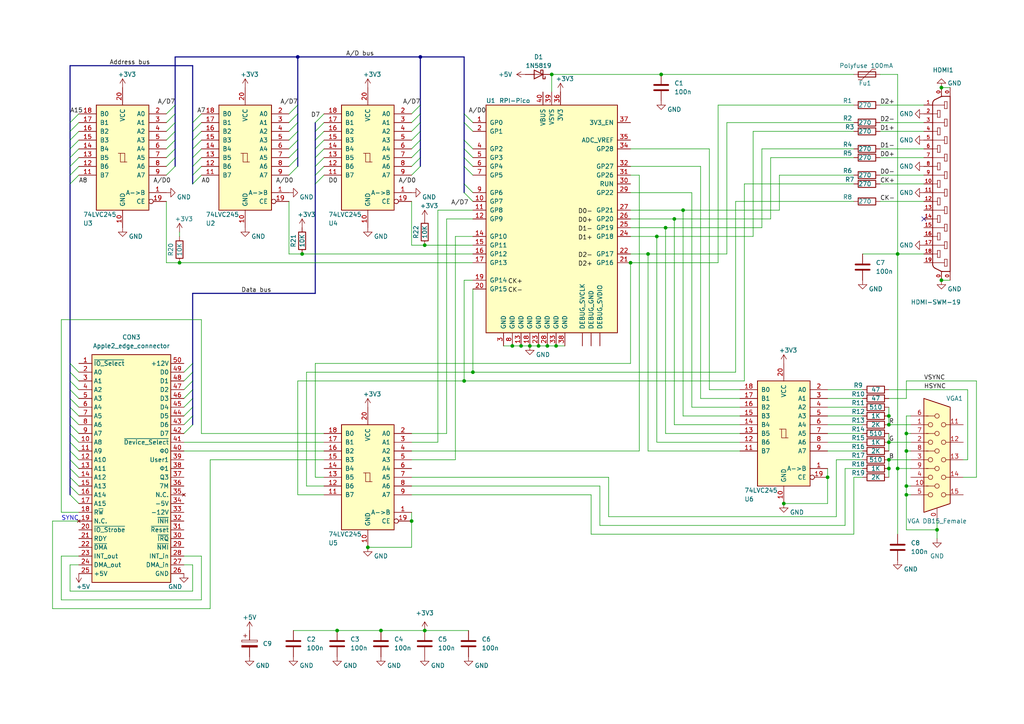
<source format=kicad_sch>
(kicad_sch (version 20230121) (generator eeschema)
  (paper "A4")
  (title_block (title "A2DVI.v1.3"))
  (lib_symbols
    (symbol "74xx:74LS245" (pin_names (offset 1.016))
      (property "Reference" "U" (at -7.62 16.51 0))
      (property "Value" "74LS245" (at -7.62 -16.51 0))
      (symbol "74LS245_1_0"
        (pin input line (at -12.7 -10.16 0) (length 5.08) (name "A->B") (number "1"))
        (pin power_in line (at 0 -20.32 90) (length 5.08) (name "GND") (number "10"))
        (pin tri_state line (at 12.7 -5.08 180) (length 5.08) (name "B7") (number "11"))
        (pin tri_state line (at 12.7 -2.54 180) (length 5.08) (name "B6") (number "12"))
        (pin tri_state line (at 12.7 0 180) (length 5.08) (name "B5") (number "13"))
        (pin tri_state line (at 12.7 2.54 180) (length 5.08) (name "B4") (number "14"))
        (pin tri_state line (at 12.7 5.08 180) (length 5.08) (name "B3") (number "15"))
        (pin tri_state line (at 12.7 7.62 180) (length 5.08) (name "B2") (number "16"))
        (pin tri_state line (at 12.7 10.16 180) (length 5.08) (name "B1") (number "17"))
        (pin tri_state line (at 12.7 12.7 180) (length 5.08) (name "B0") (number "18"))
        (pin input inverted (at -12.7 -12.7 0) (length 5.08) (name "CE") (number "19"))
        (pin tri_state line (at -12.7 12.7 0) (length 5.08) (name "A0") (number "2"))
        (pin power_in line (at 0 20.32 270) (length 5.08) (name "VCC") (number "20"))
        (pin tri_state line (at -12.7 10.16 0) (length 5.08) (name "A1") (number "3"))
        (pin tri_state line (at -12.7 7.62 0) (length 5.08) (name "A2") (number "4"))
        (pin tri_state line (at -12.7 5.08 0) (length 5.08) (name "A3") (number "5"))
        (pin tri_state line (at -12.7 2.54 0) (length 5.08) (name "A4") (number "6"))
        (pin tri_state line (at -12.7 0 0) (length 5.08) (name "A5") (number "7"))
        (pin tri_state line (at -12.7 -2.54 0) (length 5.08) (name "A6") (number "8"))
        (pin tri_state line (at -12.7 -5.08 0) (length 5.08) (name "A7") (number "9"))
      )
    )
    (symbol "Connector:DB15_Female_HighDensity_MountingHoles" (pin_names (offset 1.016) hide)
      (property "Reference" "J" (at 0 21.59 0))
      (property "Value" "DB15_Female_HighDensity_MountingHoles" (at 0 19.05 0))
      (symbol "DB15_Female_HighDensity_MountingHoles_1_1"
        (pin passive line (at 0 -17.78 90) (length 3.81) (name "~") (number "0"))
        (pin passive line (at -7.62 10.16 0) (length 5.08) (name "~") (number "1"))
        (pin passive line (at -7.62 -7.62 0) (length 5.08) (name "~") (number "10"))
        (pin passive line (at 7.62 10.16 180) (length 5.08) (name "~") (number "11"))
        (pin passive line (at 7.62 5.08 180) (length 5.08) (name "~") (number "12"))
        (pin passive line (at 7.62 0 180) (length 5.08) (name "~") (number "13"))
        (pin passive line (at 7.62 -5.08 180) (length 5.08) (name "~") (number "14"))
        (pin passive line (at 7.62 -10.16 180) (length 5.08) (name "~") (number "15"))
        (pin passive line (at -7.62 5.08 0) (length 5.08) (name "~") (number "2"))
        (pin passive line (at -7.62 0 0) (length 5.08) (name "~") (number "3"))
        (pin passive line (at -7.62 -5.08 0) (length 5.08) (name "~") (number "4"))
        (pin passive line (at -7.62 -10.16 0) (length 5.08) (name "~") (number "5"))
        (pin passive line (at -7.62 12.7 0) (length 5.08) (name "~") (number "6"))
        (pin passive line (at -7.62 7.62 0) (length 5.08) (name "~") (number "7"))
        (pin passive line (at -7.62 2.54 0) (length 5.08) (name "~") (number "8"))
        (pin passive line (at -7.62 -2.54 0) (length 5.08) (name "~") (number "9"))
      )
    )
    (symbol "Device:C" (pin_numbers hide) (pin_names (offset 0.254))
      (property "Reference" "C" (at 0.635 2.54 0))
      (property "Value" "C" (at 0.635 -2.54 0))
      (symbol "C_1_1"
        (pin passive line (at 0 3.81 270) (length 2.794) (name "~") (number "1"))
        (pin passive line (at 0 -3.81 90) (length 2.794) (name "~") (number "2"))
      )
    )
    (symbol "Device:C_Polarized" (pin_numbers hide) (pin_names (offset 0.254))
      (property "Reference" "C" (at 0.635 2.54 0))
      (property "Value" "C_Polarized" (at 0.635 -2.54 0))
      (symbol "C_Polarized_1_1"
        (pin passive line (at 0 3.81 270) (length 2.794) (name "~") (number "1"))
        (pin passive line (at 0 -3.81 90) (length 2.794) (name "~") (number "2"))
      )
    )
    (symbol "Device:Polyfuse" (pin_numbers hide) (pin_names (offset 0))
      (property "Reference" "F" (at -2.54 0 90))
      (property "Value" "Polyfuse" (at 2.54 0 90))
      (symbol "Polyfuse_1_1"
        (pin passive line (at 0 3.81 270) (length 1.27) (name "~") (number "1"))
        (pin passive line (at 0 -3.81 90) (length 1.27) (name "~") (number "2"))
      )
    )
    (symbol "Device:R" (pin_numbers hide) (pin_names (offset 0))
      (property "Reference" "R" (at 2.032 0 90))
      (property "Value" "R" (at 0 0 90))
      (symbol "R_1_1"
        (pin passive line (at 0 3.81 270) (length 1.27) (name "~") (number "1"))
        (pin passive line (at 0 -3.81 90) (length 1.27) (name "~") (number "2"))
      )
    )
    (symbol "Diode:1N6857" (pin_numbers hide) (pin_names (offset 1.016) hide)
      (property "Reference" "D" (at 0 2.54 0))
      (property "Value" "1N6857" (at 0 -2.54 0))
      (symbol "1N6857_1_1"
        (pin passive line (at -3.81 0 0) (length 2.54) (name "K") (number "1"))
        (pin passive line (at 3.81 0 180) (length 2.54) (name "A") (number "2"))
      )
    )
    (symbol "MCU_Microchip_PIC16:RPI-Pico" (pin_names (offset 1.016))
      (property "Reference" "U" (at 6.35 35.56 0))
      (property "Value" "RPI-Pico" (at 6.35 33.02 0))
      (symbol "RPI-Pico_1_1"
        (pin power_in line (at 11.43 -38.1 90) (length 3.81) (name "DEBUG_GND") (number ""))
        (pin bidirectional line (at 8.89 -38.1 90) (length 3.81) (name "DEBUG_SVCLK") (number ""))
        (pin bidirectional line (at 13.97 -38.1 90) (length 3.81) (name "DEBUG_SVDIO") (number ""))
        (pin bidirectional line (at -22.86 26.67 0) (length 3.81) (name "GP0") (number "1"))
        (pin bidirectional line (at -22.86 3.81 0) (length 3.81) (name "GP7") (number "10"))
        (pin bidirectional line (at -22.86 1.27 0) (length 3.81) (name "GP8") (number "11"))
        (pin bidirectional line (at -22.86 -1.27 0) (length 3.81) (name "GP9") (number "12"))
        (pin power_in line (at -8.89 -38.1 90) (length 3.81) (name "GND") (number "13"))
        (pin bidirectional line (at -22.86 -6.35 0) (length 3.81) (name "GP10") (number "14"))
        (pin bidirectional line (at -22.86 -8.89 0) (length 3.81) (name "GP11") (number "15"))
        (pin bidirectional line (at -22.86 -11.43 0) (length 3.81) (name "GP12") (number "16"))
        (pin bidirectional line (at -22.86 -13.97 0) (length 3.81) (name "GP13") (number "17"))
        (pin power_in line (at -6.35 -38.1 90) (length 3.81) (name "GND") (number "18"))
        (pin bidirectional line (at -22.86 -19.05 0) (length 3.81) (name "GP14") (number "19"))
        (pin bidirectional line (at -22.86 24.13 0) (length 3.81) (name "GP1") (number "2"))
        (pin bidirectional line (at -22.86 -21.59 0) (length 3.81) (name "GP15") (number "20"))
        (pin bidirectional line (at 22.86 -13.97 180) (length 3.81) (name "GP16") (number "21"))
        (pin bidirectional line (at 22.86 -11.43 180) (length 3.81) (name "GP17") (number "22"))
        (pin power_in line (at -3.81 -38.1 90) (length 3.81) (name "GND") (number "23"))
        (pin bidirectional line (at 22.86 -6.35 180) (length 3.81) (name "GP18") (number "24"))
        (pin bidirectional line (at 22.86 -3.81 180) (length 3.81) (name "GP19") (number "25"))
        (pin bidirectional line (at 22.86 -1.27 180) (length 3.81) (name "GP20") (number "26"))
        (pin bidirectional line (at 22.86 1.27 180) (length 3.81) (name "GP21") (number "27"))
        (pin power_in line (at -1.27 -38.1 90) (length 3.81) (name "GND") (number "28"))
        (pin bidirectional line (at 22.86 6.35 180) (length 3.81) (name "GP22") (number "29"))
        (pin power_in line (at -13.97 -38.1 90) (length 3.81) (name "GND") (number "3"))
        (pin bidirectional line (at 22.86 8.89 180) (length 3.81) (name "RUN") (number "30"))
        (pin bidirectional line (at 22.86 11.43 180) (length 3.81) (name "GP26") (number "31"))
        (pin bidirectional line (at 22.86 13.97 180) (length 3.81) (name "GP27") (number "32"))
        (pin power_in line (at 1.27 -38.1 90) (length 3.81) (name "GND") (number "33"))
        (pin bidirectional line (at 22.86 19.05 180) (length 3.81) (name "GP28") (number "34"))
        (pin bidirectional line (at 22.86 21.59 180) (length 3.81) (name "ADC_VREF") (number "35"))
        (pin power_in line (at 2.54 35.56 270) (length 3.81) (name "3V3") (number "36"))
        (pin bidirectional line (at 22.86 26.67 180) (length 3.81) (name "3V3_EN") (number "37"))
        (pin power_in line (at 3.81 -38.1 90) (length 3.81) (name "GND") (number "38"))
        (pin power_in line (at 0 35.56 270) (length 3.81) (name "VSYS") (number "39"))
        (pin bidirectional line (at -22.86 19.05 0) (length 3.81) (name "GP2") (number "4"))
        (pin power_in line (at -2.54 35.56 270) (length 3.81) (name "VBUS") (number "40"))
        (pin bidirectional line (at -22.86 16.51 0) (length 3.81) (name "GP3") (number "5"))
        (pin bidirectional line (at -22.86 13.97 0) (length 3.81) (name "GP4") (number "6"))
        (pin bidirectional line (at -22.86 11.43 0) (length 3.81) (name "GP5") (number "7"))
        (pin power_in line (at -11.43 -38.1 90) (length 3.81) (name "GND") (number "8"))
        (pin bidirectional line (at -22.86 6.35 0) (length 3.81) (name "GP6") (number "9"))
      )
    )
    (symbol "Neo6502_Rev_B:GND" (power) (pin_names (offset 0))
      (property "Value" "GND" (at 0 -3.81 0))
      (symbol "GND_1_1"
        (pin power_in line (at 0 0 270) (length 0) hide (name "GND") (number "1"))
      )
    )
    (symbol "Neo6502_Rev_B:HDMI-SWM-19" (pin_names (offset 1.016) hide)
      (property "Reference" "HDMI" (at 2.54 25.4 0))
      (property "Value" "HDMI-SWM-19" (at 2.54 -27.94 0))
      (symbol "HDMI-SWM-19_1_1"
        (pin input line (at 0 27.94 270) (length 2.54) (name "20") (number "0"))
        (pin input line (at -2.54 27.94 270) (length 2.54) (name "21") (number "0"))
        (pin input line (at 0 -27.94 90) (length 2.54) (name "22") (number "0"))
        (pin input line (at -2.54 -27.94 90) (length 2.54) (name "23") (number "0"))
        (pin input line (at 5.08 22.86 180) (length 2.54) (name "1") (number "1"))
        (pin input line (at 5.08 0 180) (length 2.54) (name "10") (number "10"))
        (pin input line (at 5.08 -2.54 180) (length 2.54) (name "11") (number "11"))
        (pin input line (at 5.08 -5.08 180) (length 2.54) (name "12") (number "12"))
        (pin input line (at 5.08 -7.62 180) (length 2.54) (name "13") (number "13"))
        (pin input line (at 5.08 -10.16 180) (length 2.54) (name "14") (number "14"))
        (pin input line (at 5.08 -12.7 180) (length 2.54) (name "15") (number "15"))
        (pin input line (at 5.08 -15.24 180) (length 2.54) (name "16") (number "16"))
        (pin input line (at 5.08 -17.78 180) (length 2.54) (name "17") (number "17"))
        (pin input line (at 5.08 -20.32 180) (length 2.54) (name "18") (number "18"))
        (pin input line (at 5.08 -22.86 180) (length 2.54) (name "19") (number "19"))
        (pin input line (at 5.08 20.32 180) (length 2.54) (name "2") (number "2"))
        (pin input line (at 5.08 17.78 180) (length 2.54) (name "3") (number "3"))
        (pin input line (at 5.08 15.24 180) (length 2.54) (name "4") (number "4"))
        (pin input line (at 5.08 12.7 180) (length 2.54) (name "5") (number "5"))
        (pin input line (at 5.08 10.16 180) (length 2.54) (name "6") (number "6"))
        (pin input line (at 5.08 7.62 180) (length 2.54) (name "7") (number "7"))
        (pin input line (at 5.08 5.08 180) (length 2.54) (name "8") (number "8"))
        (pin input line (at 5.08 2.54 180) (length 2.54) (name "9") (number "9"))
      )
    )
    (symbol "Neo6502_Rev_B:R" (pin_numbers hide) (pin_names (offset 0))
      (property "Reference" "R" (at 0 2.032 0))
      (property "Value" "R" (at 0 0 0))
      (symbol "R_1_1"
        (pin passive line (at -3.81 0 0) (length 1.27) (name "~") (number "1"))
        (pin passive line (at 3.81 0 180) (length 1.27) (name "~") (number "2"))
      )
    )
    (symbol "Ralle_Library:Apple2_edge_connector"
      (property "Reference" "CON" (at 0 0 0))
      (property "Value" "Apple2_edge_connector" (at 0 -34.29 0))
      (symbol "Apple2_edge_connector_1_1"
        (pin output line (at -15.24 30.48 0) (length 3.81) (name "~{IO_Select}") (number "1"))
        (pin input line (at -15.24 7.62 0) (length 3.81) (name "A8") (number "10"))
        (pin input line (at -15.24 5.08 0) (length 3.81) (name "A9") (number "11"))
        (pin input line (at -15.24 2.54 0) (length 3.81) (name "A10") (number "12"))
        (pin input line (at -15.24 0 0) (length 3.81) (name "A11") (number "13"))
        (pin input line (at -15.24 -2.54 0) (length 3.81) (name "A12") (number "14"))
        (pin input line (at -15.24 -5.08 0) (length 3.81) (name "A13") (number "15"))
        (pin input line (at -15.24 -7.62 0) (length 3.81) (name "A14") (number "16"))
        (pin input line (at -15.24 -10.16 0) (length 3.81) (name "A15") (number "17"))
        (pin input line (at -15.24 -12.7 0) (length 3.81) (name "R~{W}") (number "18"))
        (pin no_connect line (at -15.24 -15.24 0) (length 3.81) (name "N.C.") (number "19"))
        (pin input line (at -15.24 27.94 0) (length 3.81) (name "A0") (number "2"))
        (pin input line (at -15.24 -17.78 0) (length 3.81) (name "~{IO_Strobe}") (number "20"))
        (pin input line (at -15.24 -20.32 0) (length 3.81) (name "RDY") (number "21"))
        (pin bidirectional line (at -15.24 -22.86 0) (length 3.81) (name "~{DMA}") (number "22"))
        (pin input line (at -15.24 -25.4 0) (length 3.81) (name "INT_out") (number "23"))
        (pin input line (at -15.24 -27.94 0) (length 3.81) (name "DMA_out") (number "24"))
        (pin power_in line (at -15.24 -30.48 0) (length 3.81) (name "+5V") (number "25"))
        (pin passive line (at 15.24 -30.48 180) (length 3.81) (name "GND") (number "26"))
        (pin output line (at 15.24 -27.94 180) (length 3.81) (name "DMA_in") (number "27"))
        (pin output line (at 15.24 -25.4 180) (length 3.81) (name "INT_in") (number "28"))
        (pin output line (at 15.24 -22.86 180) (length 3.81) (name "~{NMI}") (number "29"))
        (pin input line (at -15.24 25.4 0) (length 3.81) (name "A1") (number "3"))
        (pin output line (at 15.24 -20.32 180) (length 3.81) (name "~{IRQ}") (number "30"))
        (pin bidirectional line (at 15.24 -17.78 180) (length 3.81) (name "~{Reset}") (number "31"))
        (pin input line (at 15.24 -15.24 180) (length 3.81) (name "~{INH}") (number "32"))
        (pin power_in line (at 15.24 -12.7 180) (length 3.81) (name "-12V") (number "33"))
        (pin power_in line (at 15.24 -10.16 180) (length 3.81) (name "-5V") (number "34"))
        (pin no_connect line (at 15.24 -7.62 180) (length 3.81) (name "N.C.") (number "35"))
        (pin input line (at 15.24 -5.08 180) (length 3.81) (name "7M") (number "36"))
        (pin input line (at 15.24 -2.54 180) (length 3.81) (name "Q3") (number "37"))
        (pin input line (at 15.24 0 180) (length 3.81) (name "Ф1") (number "38"))
        (pin bidirectional line (at 15.24 2.54 180) (length 3.81) (name "User1") (number "39"))
        (pin input line (at -15.24 22.86 0) (length 3.81) (name "A2") (number "4"))
        (pin input line (at 15.24 5.08 180) (length 3.81) (name "Ф0") (number "40"))
        (pin input line (at 15.24 7.62 180) (length 3.81) (name "~{Device_Select}") (number "41"))
        (pin bidirectional line (at 15.24 10.16 180) (length 3.81) (name "D7") (number "42"))
        (pin bidirectional line (at 15.24 12.7 180) (length 3.81) (name "D6") (number "43"))
        (pin bidirectional line (at 15.24 15.24 180) (length 3.81) (name "D5") (number "44"))
        (pin bidirectional line (at 15.24 17.78 180) (length 3.81) (name "D4") (number "45"))
        (pin bidirectional line (at 15.24 20.32 180) (length 3.81) (name "D3") (number "46"))
        (pin bidirectional line (at 15.24 22.86 180) (length 3.81) (name "D2") (number "47"))
        (pin bidirectional line (at 15.24 25.4 180) (length 3.81) (name "D1") (number "48"))
        (pin bidirectional line (at 15.24 27.94 180) (length 3.81) (name "D0") (number "49"))
        (pin input line (at -15.24 20.32 0) (length 3.81) (name "A3") (number "5"))
        (pin power_in line (at 15.24 30.48 180) (length 3.81) (name "+12V") (number "50"))
        (pin input line (at -15.24 17.78 0) (length 3.81) (name "A4") (number "6"))
        (pin input line (at -15.24 15.24 0) (length 3.81) (name "A5") (number "7"))
        (pin input line (at -15.24 12.7 0) (length 3.81) (name "A6") (number "8"))
        (pin input line (at -15.24 10.16 0) (length 3.81) (name "A7") (number "9"))
      )
    )
    (symbol "power:+3V3" (power) (pin_names (offset 0))
      (property "Value" "+3V3" (at 0 3.556 0))
      (symbol "+3V3_1_1"
        (pin power_in line (at 0 0 90) (length 0) hide (name "+3V3") (number "1"))
      )
    )
    (symbol "power:+5V" (power) (pin_names (offset 0))
      (property "Value" "+5V" (at 0 3.556 0))
      (symbol "+5V_1_1"
        (pin power_in line (at 0 0 90) (length 0) hide (name "+5V") (number "1"))
      )
    )
    (symbol "power:GND" (power) (pin_names (offset 0))
      (property "Value" "GND" (at 0 -3.81 0))
      (symbol "GND_1_1"
        (pin power_in line (at 0 0 270) (length 0) hide (name "GND") (number "1"))
      )
    )
  )
  (junction (at 191.77 21.59))
  (junction (at 257.81 123.19))
  (junction (at 190.5 68.58))
  (junction (at 106.68 158.75))
  (junction (at 273.05 81.28))
  (junction (at 240.03 138.43))
  (junction (at 158.75 100.33))
  (junction (at 262.89 143.51))
  (junction (at 262.89 130.81))
  (junction (at 148.59 100.33))
  (junction (at 260.35 135.89))
  (junction (at 227.33 146.05))
  (junction (at 97.79 182.88))
  (junction (at 153.67 100.33))
  (junction (at 87.63 73.66))
  (junction (at 161.29 100.33))
  (junction (at 121.92 16.51))
  (junction (at 52.07 76.2))
  (junction (at 86.36 16.51))
  (junction (at 262.89 125.73))
  (junction (at 195.58 63.5))
  (junction (at 134.62 110.49))
  (junction (at 271.78 153.67))
  (junction (at 257.81 135.89))
  (junction (at 151.13 100.33))
  (junction (at 156.21 100.33))
  (junction (at 260.35 73.66))
  (junction (at 123.19 71.12))
  (junction (at 262.89 140.97))
  (junction (at 257.81 128.27))
  (junction (at 198.12 60.96))
  (junction (at 187.96 73.66))
  (junction (at 182.88 76.2))
  (junction (at 119.38 151.13))
  (junction (at 123.19 182.88))
  (junction (at 257.81 120.65))
  (junction (at 257.81 133.35))
  (junction (at 273.05 25.4))
  (junction (at 110.49 182.88))
  (junction (at 193.04 66.04))
  (junction (at 137.16 107.95))
  (junction (at 160.02 21.59))
  (no_connect (at 267.97 63.5))
  (bus_entry (at 83.82 43.18) (size 2.54 -2.54))
  (bus_entry (at 91.44 35.56) (size 2.54 -2.54))
  (bus_entry (at 91.44 38.1) (size 2.54 -2.54))
  (bus_entry (at 91.44 40.64) (size 2.54 -2.54))
  (bus_entry (at 91.44 43.18) (size 2.54 -2.54))
  (bus_entry (at 119.38 43.18) (size 2.54 -2.54))
  (bus_entry (at 119.38 40.64) (size 2.54 -2.54))
  (bus_entry (at 119.38 38.1) (size 2.54 -2.54))
  (bus_entry (at 119.38 35.56) (size 2.54 -2.54))
  (bus_entry (at 119.38 33.02) (size 2.54 -2.54))
  (bus_entry (at 83.82 33.02) (size 2.54 -2.54))
  (bus_entry (at 83.82 35.56) (size 2.54 -2.54))
  (bus_entry (at 83.82 38.1) (size 2.54 -2.54))
  (bus_entry (at 83.82 40.64) (size 2.54 -2.54))
  (bus_entry (at 83.82 48.26) (size 2.54 -2.54))
  (bus_entry (at 83.82 50.8) (size 2.54 -2.54))
  (bus_entry (at 55.88 50.8) (size 2.54 -2.54))
  (bus_entry (at 55.88 53.34) (size 2.54 -2.54))
  (bus_entry (at 55.88 48.26) (size 2.54 -2.54))
  (bus_entry (at 55.88 45.72) (size 2.54 -2.54))
  (bus_entry (at 55.88 43.18) (size 2.54 -2.54))
  (bus_entry (at 55.88 40.64) (size 2.54 -2.54))
  (bus_entry (at 55.88 38.1) (size 2.54 -2.54))
  (bus_entry (at 55.88 35.56) (size 2.54 -2.54))
  (bus_entry (at 83.82 45.72) (size 2.54 -2.54))
  (bus_entry (at 20.32 45.72) (size 2.54 -2.54))
  (bus_entry (at 20.32 48.26) (size 2.54 -2.54))
  (bus_entry (at 20.32 53.34) (size 2.54 -2.54))
  (bus_entry (at 20.32 50.8) (size 2.54 -2.54))
  (bus_entry (at 91.44 45.72) (size 2.54 -2.54))
  (bus_entry (at 91.44 48.26) (size 2.54 -2.54))
  (bus_entry (at 91.44 50.8) (size 2.54 -2.54))
  (bus_entry (at 91.44 53.34) (size 2.54 -2.54))
  (bus_entry (at 119.38 45.72) (size 2.54 -2.54))
  (bus_entry (at 119.38 48.26) (size 2.54 -2.54))
  (bus_entry (at 119.38 50.8) (size 2.54 -2.54))
  (bus_entry (at 48.26 43.18) (size 2.54 -2.54))
  (bus_entry (at 48.26 40.64) (size 2.54 -2.54))
  (bus_entry (at 20.32 35.56) (size 2.54 -2.54))
  (bus_entry (at 20.32 38.1) (size 2.54 -2.54))
  (bus_entry (at 20.32 40.64) (size 2.54 -2.54))
  (bus_entry (at 20.32 43.18) (size 2.54 -2.54))
  (bus_entry (at 48.26 45.72) (size 2.54 -2.54))
  (bus_entry (at 48.26 48.26) (size 2.54 -2.54))
  (bus_entry (at 48.26 50.8) (size 2.54 -2.54))
  (bus_entry (at 48.26 38.1) (size 2.54 -2.54))
  (bus_entry (at 48.26 35.56) (size 2.54 -2.54))
  (bus_entry (at 48.26 33.02) (size 2.54 -2.54))
  (bus_entry (at 53.34 107.95) (size 2.54 -2.54))
  (bus_entry (at 20.32 130.81) (size 2.54 2.54))
  (bus_entry (at 20.32 128.27) (size 2.54 2.54))
  (bus_entry (at 20.32 115.57) (size 2.54 2.54))
  (bus_entry (at 20.32 120.65) (size 2.54 2.54))
  (bus_entry (at 20.32 118.11) (size 2.54 2.54))
  (bus_entry (at 20.32 123.19) (size 2.54 2.54))
  (bus_entry (at 20.32 125.73) (size 2.54 2.54))
  (bus_entry (at 20.32 140.97) (size 2.54 2.54))
  (bus_entry (at 20.32 143.51) (size 2.54 2.54))
  (bus_entry (at 20.32 138.43) (size 2.54 2.54))
  (bus_entry (at 20.32 133.35) (size 2.54 2.54))
  (bus_entry (at 20.32 135.89) (size 2.54 2.54))
  (bus_entry (at 53.34 113.03) (size 2.54 -2.54))
  (bus_entry (at 53.34 110.49) (size 2.54 -2.54))
  (bus_entry (at 20.32 107.95) (size 2.54 2.54))
  (bus_entry (at 20.32 105.41) (size 2.54 2.54))
  (bus_entry (at 20.32 113.03) (size 2.54 2.54))
  (bus_entry (at 20.32 110.49) (size 2.54 2.54))
  (bus_entry (at 53.34 115.57) (size 2.54 -2.54))
  (bus_entry (at 53.34 118.11) (size 2.54 -2.54))
  (bus_entry (at 53.34 120.65) (size 2.54 -2.54))
  (bus_entry (at 53.34 123.19) (size 2.54 -2.54))
  (bus_entry (at 53.34 125.73) (size 2.54 -2.54))
  (bus_entry (at 134.62 33.02) (size 2.54 2.54))
  (bus_entry (at 134.62 35.56) (size 2.54 2.54))
  (bus_entry (at 134.62 40.64) (size 2.54 2.54))
  (bus_entry (at 134.62 43.18) (size 2.54 2.54))
  (bus_entry (at 134.62 45.72) (size 2.54 2.54))
  (bus_entry (at 134.62 55.88) (size 2.54 2.54))
  (bus_entry (at 134.62 48.26) (size 2.54 2.54))
  (bus_entry (at 134.62 53.34) (size 2.54 2.54))
  (wire (pts (xy 137.16 83.82) (xy 137.16 107.95)))
  (wire (pts (xy 208.28 30.48) (xy 208.28 76.2)))
  (wire (pts (xy 210.82 35.56) (xy 247.65 35.56)))
  (wire (pts (xy 205.74 113.03) (xy 214.63 113.03)))
  (wire (pts (xy 279.4 138.43) (xy 283.21 138.43)))
  (wire (pts (xy 15.24 151.13) (xy 15.24 176.53)))
  (bus (pts (xy 20.32 35.56) (xy 20.32 19.05)))
  (wire (pts (xy 193.04 125.73) (xy 214.63 125.73)))
  (wire (pts (xy 182.88 48.26) (xy 203.2 48.26)))
  (wire (pts (xy 176.53 138.43) (xy 119.38 138.43)))
  (wire (pts (xy 187.96 73.66) (xy 187.96 130.81)))
  (wire (pts (xy 48.26 58.42) (xy 48.26 76.2)))
  (wire (pts (xy 203.2 48.26) (xy 203.2 115.57)))
  (wire (pts (xy 267.97 45.72) (xy 255.27 45.72)))
  (wire (pts (xy 247.65 50.8) (xy 226.06 50.8)))
  (wire (pts (xy 247.65 43.18) (xy 220.98 43.18)))
  (wire (pts (xy 257.81 115.57) (xy 262.89 115.57)))
  (wire (pts (xy 182.88 76.2) (xy 208.28 76.2)))
  (wire (pts (xy 245.11 135.89) (xy 250.19 135.89)))
  (bus (pts (xy 55.88 35.56) (xy 55.88 38.1)))
  (bus (pts (xy 134.62 48.26) (xy 134.62 53.34)))
  (wire (pts (xy 185.42 130.81) (xy 185.42 50.8)))
  (bus (pts (xy 134.62 40.64) (xy 134.62 43.18)))
  (bus (pts (xy 91.44 38.1) (xy 91.44 40.64)))
  (wire (pts (xy 247.65 154.94) (xy 247.65 138.43)))
  (bus (pts (xy 55.88 120.65) (xy 55.88 123.19)))
  (wire (pts (xy 205.74 43.18) (xy 205.74 113.03)))
  (bus (pts (xy 20.32 115.57) (xy 20.32 113.03)))
  (wire (pts (xy 187.96 130.81) (xy 214.63 130.81)))
  (wire (pts (xy 191.77 21.59) (xy 247.65 21.59)))
  (wire (pts (xy 129.54 63.5) (xy 129.54 125.73)))
  (wire (pts (xy 267.97 35.56) (xy 255.27 35.56)))
  (bus (pts (xy 20.32 19.05) (xy 55.88 19.05)))
  (bus (pts (xy 121.92 16.51) (xy 134.62 16.51)))
  (wire (pts (xy 134.62 81.28) (xy 134.62 110.49)))
  (bus (pts (xy 91.44 40.64) (xy 91.44 43.18)))
  (bus (pts (xy 20.32 50.8) (xy 20.32 53.34)))
  (wire (pts (xy 262.89 140.97) (xy 262.89 143.51)))
  (wire (pts (xy 119.38 71.12) (xy 123.19 71.12)))
  (wire (pts (xy 182.88 105.41) (xy 182.88 76.2)))
  (wire (pts (xy 182.88 63.5) (xy 195.58 63.5)))
  (bus (pts (xy 55.88 38.1) (xy 55.88 40.64)))
  (wire (pts (xy 52.07 76.2) (xy 137.16 76.2)))
  (wire (pts (xy 17.78 148.59) (xy 17.78 92.71)))
  (wire (pts (xy 173.99 140.97) (xy 173.99 152.4)))
  (bus (pts (xy 121.92 30.48) (xy 121.92 33.02)))
  (wire (pts (xy 264.16 143.51) (xy 262.89 143.51)))
  (wire (pts (xy 262.89 110.49) (xy 283.21 110.49)))
  (bus (pts (xy 20.32 128.27) (xy 20.32 125.73)))
  (wire (pts (xy 240.03 130.81) (xy 250.19 130.81)))
  (wire (pts (xy 137.16 107.95) (xy 88.9 107.95)))
  (wire (pts (xy 182.88 55.88) (xy 200.66 55.88)))
  (wire (pts (xy 267.97 53.34) (xy 255.27 53.34)))
  (wire (pts (xy 257.81 118.11) (xy 257.81 120.65)))
  (wire (pts (xy 240.03 115.57) (xy 250.19 115.57)))
  (wire (pts (xy 127 60.96) (xy 127 128.27)))
  (wire (pts (xy 91.44 105.41) (xy 182.88 105.41)))
  (bus (pts (xy 121.92 38.1) (xy 121.92 40.64)))
  (wire (pts (xy 240.03 118.11) (xy 250.19 118.11)))
  (wire (pts (xy 58.42 173.99) (xy 17.78 173.99)))
  (bus (pts (xy 86.36 35.56) (xy 86.36 38.1)))
  (bus (pts (xy 91.44 85.09) (xy 91.44 53.34)))
  (bus (pts (xy 20.32 107.95) (xy 20.32 105.41)))
  (wire (pts (xy 283.21 110.49) (xy 283.21 138.43)))
  (wire (pts (xy 119.38 130.81) (xy 185.42 130.81)))
  (bus (pts (xy 20.32 130.81) (xy 20.32 128.27)))
  (wire (pts (xy 218.44 68.58) (xy 190.5 68.58)))
  (bus (pts (xy 55.88 85.09) (xy 91.44 85.09)))
  (wire (pts (xy 58.42 161.29) (xy 58.42 173.99)))
  (wire (pts (xy 275.59 81.28) (xy 273.05 81.28)))
  (bus (pts (xy 134.62 53.34) (xy 134.62 55.88)))
  (wire (pts (xy 279.4 133.35) (xy 280.67 133.35)))
  (wire (pts (xy 110.49 182.88) (xy 123.19 182.88)))
  (wire (pts (xy 137.16 60.96) (xy 127 60.96)))
  (wire (pts (xy 132.08 68.58) (xy 132.08 133.35)))
  (wire (pts (xy 137.16 63.5) (xy 129.54 63.5)))
  (bus (pts (xy 20.32 40.64) (xy 20.32 43.18)))
  (wire (pts (xy 257.81 135.89) (xy 257.81 138.43)))
  (wire (pts (xy 173.99 152.4) (xy 245.11 152.4)))
  (wire (pts (xy 257.81 128.27) (xy 264.16 128.27)))
  (bus (pts (xy 91.44 48.26) (xy 91.44 50.8)))
  (wire (pts (xy 85.09 182.88) (xy 97.79 182.88)))
  (wire (pts (xy 17.78 173.99) (xy 17.78 161.29)))
  (bus (pts (xy 20.32 138.43) (xy 20.32 135.89)))
  (bus (pts (xy 55.88 48.26) (xy 55.88 50.8)))
  (wire (pts (xy 97.79 182.88) (xy 110.49 182.88)))
  (bus (pts (xy 86.36 33.02) (xy 86.36 35.56)))
  (wire (pts (xy 182.88 68.58) (xy 190.5 68.58)))
  (wire (pts (xy 83.82 73.66) (xy 87.63 73.66)))
  (wire (pts (xy 123.19 182.88) (xy 135.89 182.88)))
  (bus (pts (xy 91.44 43.18) (xy 91.44 45.72)))
  (bus (pts (xy 50.8 48.26) (xy 50.8 45.72)))
  (wire (pts (xy 60.96 133.35) (xy 93.98 133.35)))
  (bus (pts (xy 55.88 107.95) (xy 55.88 110.49)))
  (bus (pts (xy 121.92 35.56) (xy 121.92 38.1)))
  (wire (pts (xy 200.66 118.11) (xy 214.63 118.11)))
  (bus (pts (xy 20.32 38.1) (xy 20.32 40.64)))
  (wire (pts (xy 240.03 123.19) (xy 250.19 123.19)))
  (wire (pts (xy 119.38 71.12) (xy 119.38 58.42)))
  (wire (pts (xy 198.12 120.65) (xy 214.63 120.65)))
  (wire (pts (xy 190.5 68.58) (xy 190.5 128.27)))
  (wire (pts (xy 171.45 143.51) (xy 171.45 154.94)))
  (bus (pts (xy 121.92 43.18) (xy 121.92 45.72)))
  (wire (pts (xy 220.98 43.18) (xy 220.98 66.04)))
  (wire (pts (xy 55.88 171.45) (xy 55.88 163.83)))
  (bus (pts (xy 50.8 38.1) (xy 50.8 35.56)))
  (wire (pts (xy 58.42 125.73) (xy 93.98 125.73)))
  (wire (pts (xy 153.67 100.33) (xy 156.21 100.33)))
  (wire (pts (xy 210.82 35.56) (xy 210.82 73.66)))
  (wire (pts (xy 218.44 38.1) (xy 218.44 68.58)))
  (wire (pts (xy 260.35 73.66) (xy 267.97 73.66)))
  (wire (pts (xy 242.57 133.35) (xy 250.19 133.35)))
  (wire (pts (xy 215.9 110.49) (xy 134.62 110.49)))
  (wire (pts (xy 119.38 151.13) (xy 119.38 158.75)))
  (wire (pts (xy 20.32 163.83) (xy 20.32 171.45)))
  (bus (pts (xy 20.32 43.18) (xy 20.32 45.72)))
  (wire (pts (xy 240.03 135.89) (xy 240.03 138.43)))
  (wire (pts (xy 215.9 53.34) (xy 215.9 110.49)))
  (wire (pts (xy 260.35 21.59) (xy 260.35 73.66)))
  (wire (pts (xy 240.03 146.05) (xy 227.33 146.05)))
  (wire (pts (xy 257.81 123.19) (xy 264.16 123.19)))
  (wire (pts (xy 182.88 60.96) (xy 198.12 60.96)))
  (bus (pts (xy 20.32 113.03) (xy 20.32 110.49)))
  (wire (pts (xy 193.04 66.04) (xy 193.04 125.73)))
  (wire (pts (xy 213.36 58.42) (xy 247.65 58.42)))
  (wire (pts (xy 83.82 58.42) (xy 83.82 73.66)))
  (wire (pts (xy 53.34 163.83) (xy 55.88 163.83)))
  (wire (pts (xy 123.19 71.12) (xy 137.16 71.12)))
  (wire (pts (xy 255.27 21.59) (xy 260.35 21.59)))
  (wire (pts (xy 226.06 60.96) (xy 198.12 60.96)))
  (bus (pts (xy 55.88 85.09) (xy 55.88 105.41)))
  (wire (pts (xy 53.34 161.29) (xy 58.42 161.29)))
  (wire (pts (xy 137.16 68.58) (xy 132.08 68.58)))
  (bus (pts (xy 20.32 53.34) (xy 20.32 105.41)))
  (wire (pts (xy 240.03 120.65) (xy 250.19 120.65)))
  (wire (pts (xy 257.81 133.35) (xy 264.16 133.35)))
  (wire (pts (xy 220.98 66.04) (xy 193.04 66.04)))
  (wire (pts (xy 17.78 161.29) (xy 22.86 161.29)))
  (bus (pts (xy 55.88 113.03) (xy 55.88 115.57)))
  (wire (pts (xy 240.03 113.03) (xy 250.19 113.03)))
  (wire (pts (xy 22.86 148.59) (xy 17.78 148.59)))
  (bus (pts (xy 121.92 40.64) (xy 121.92 43.18)))
  (bus (pts (xy 86.36 30.48) (xy 86.36 33.02)))
  (wire (pts (xy 223.52 63.5) (xy 195.58 63.5)))
  (wire (pts (xy 260.35 73.66) (xy 260.35 135.89)))
  (wire (pts (xy 20.32 163.83) (xy 22.86 163.83)))
  (wire (pts (xy 262.89 120.65) (xy 262.89 125.73)))
  (wire (pts (xy 190.5 128.27) (xy 214.63 128.27)))
  (bus (pts (xy 134.62 35.56) (xy 134.62 40.64)))
  (wire (pts (xy 93.98 138.43) (xy 91.44 138.43)))
  (wire (pts (xy 242.57 149.86) (xy 176.53 149.86)))
  (wire (pts (xy 20.32 171.45) (xy 55.88 171.45)))
  (bus (pts (xy 50.8 43.18) (xy 50.8 40.64)))
  (bus (pts (xy 121.92 45.72) (xy 121.92 48.26)))
  (wire (pts (xy 200.66 55.88) (xy 200.66 118.11)))
  (wire (pts (xy 242.57 133.35) (xy 242.57 149.86)))
  (wire (pts (xy 267.97 38.1) (xy 255.27 38.1)))
  (wire (pts (xy 15.24 176.53) (xy 60.96 176.53)))
  (bus (pts (xy 86.36 16.51) (xy 86.36 30.48)))
  (wire (pts (xy 264.16 125.73) (xy 262.89 125.73)))
  (wire (pts (xy 213.36 58.42) (xy 213.36 107.95)))
  (wire (pts (xy 86.36 143.51) (xy 86.36 110.49)))
  (wire (pts (xy 262.89 130.81) (xy 262.89 140.97)))
  (wire (pts (xy 195.58 123.19) (xy 214.63 123.19)))
  (bus (pts (xy 50.8 33.02) (xy 50.8 30.48)))
  (bus (pts (xy 20.32 140.97) (xy 20.32 138.43)))
  (wire (pts (xy 267.97 50.8) (xy 255.27 50.8)))
  (wire (pts (xy 182.88 43.18) (xy 205.74 43.18)))
  (wire (pts (xy 262.89 153.67) (xy 271.78 153.67)))
  (wire (pts (xy 156.21 100.33) (xy 158.75 100.33)))
  (bus (pts (xy 55.88 45.72) (xy 55.88 48.26)))
  (bus (pts (xy 20.32 110.49) (xy 20.32 107.95)))
  (bus (pts (xy 134.62 33.02) (xy 134.62 35.56)))
  (wire (pts (xy 146.05 100.33) (xy 148.59 100.33)))
  (bus (pts (xy 55.88 19.05) (xy 55.88 35.56)))
  (wire (pts (xy 160.02 21.59) (xy 191.77 21.59)))
  (bus (pts (xy 91.44 45.72) (xy 91.44 48.26)))
  (wire (pts (xy 223.52 45.72) (xy 223.52 63.5)))
  (bus (pts (xy 55.88 40.64) (xy 55.88 43.18)))
  (wire (pts (xy 88.9 140.97) (xy 88.9 107.95)))
  (wire (pts (xy 87.63 73.66) (xy 137.16 73.66)))
  (bus (pts (xy 55.88 50.8) (xy 55.88 53.34)))
  (wire (pts (xy 119.38 140.97) (xy 173.99 140.97)))
  (wire (pts (xy 218.44 38.1) (xy 247.65 38.1)))
  (wire (pts (xy 271.78 156.21) (xy 271.78 153.67)))
  (wire (pts (xy 22.86 151.13) (xy 15.24 151.13)))
  (bus (pts (xy 55.88 105.41) (xy 55.88 107.95)))
  (wire (pts (xy 187.96 73.66) (xy 210.82 73.66)))
  (wire (pts (xy 160.02 26.67) (xy 160.02 21.59)))
  (wire (pts (xy 182.88 73.66) (xy 187.96 73.66)))
  (bus (pts (xy 91.44 50.8) (xy 91.44 53.34)))
  (bus (pts (xy 86.36 43.18) (xy 86.36 45.72)))
  (bus (pts (xy 121.92 16.51) (xy 121.92 30.48)))
  (bus (pts (xy 20.32 125.73) (xy 20.32 123.19)))
  (bus (pts (xy 55.88 43.18) (xy 55.88 45.72)))
  (wire (pts (xy 182.88 66.04) (xy 193.04 66.04)))
  (wire (pts (xy 240.03 128.27) (xy 250.19 128.27)))
  (bus (pts (xy 50.8 35.56) (xy 50.8 33.02)))
  (wire (pts (xy 93.98 140.97) (xy 88.9 140.97)))
  (bus (pts (xy 50.8 16.51) (xy 86.36 16.51)))
  (wire (pts (xy 91.44 105.41) (xy 91.44 138.43)))
  (wire (pts (xy 260.35 135.89) (xy 260.35 154.94)))
  (wire (pts (xy 240.03 138.43) (xy 240.03 146.05)))
  (wire (pts (xy 176.53 149.86) (xy 176.53 138.43)))
  (wire (pts (xy 257.81 128.27) (xy 257.81 130.81)))
  (wire (pts (xy 262.89 143.51) (xy 262.89 153.67)))
  (wire (pts (xy 48.26 76.2) (xy 52.07 76.2)))
  (wire (pts (xy 134.62 81.28) (xy 137.16 81.28)))
  (wire (pts (xy 262.89 110.49) (xy 262.89 115.57)))
  (wire (pts (xy 247.65 45.72) (xy 223.52 45.72)))
  (wire (pts (xy 257.81 133.35) (xy 257.81 135.89)))
  (wire (pts (xy 215.9 53.34) (xy 247.65 53.34)))
  (bus (pts (xy 20.32 118.11) (xy 20.32 115.57)))
  (wire (pts (xy 119.38 143.51) (xy 171.45 143.51)))
  (bus (pts (xy 134.62 16.51) (xy 134.62 33.02)))
  (wire (pts (xy 262.89 125.73) (xy 262.89 130.81)))
  (wire (pts (xy 119.38 125.73) (xy 129.54 125.73)))
  (wire (pts (xy 119.38 148.59) (xy 119.38 151.13)))
  (wire (pts (xy 134.62 110.49) (xy 86.36 110.49)))
  (wire (pts (xy 264.16 120.65) (xy 262.89 120.65)))
  (wire (pts (xy 185.42 50.8) (xy 182.88 50.8)))
  (wire (pts (xy 250.19 73.66) (xy 260.35 73.66)))
  (wire (pts (xy 226.06 50.8) (xy 226.06 60.96)))
  (wire (pts (xy 257.81 113.03) (xy 280.67 113.03)))
  (wire (pts (xy 119.38 133.35) (xy 132.08 133.35)))
  (wire (pts (xy 208.28 30.48) (xy 247.65 30.48)))
  (bus (pts (xy 20.32 120.65) (xy 20.32 118.11)))
  (wire (pts (xy 195.58 63.5) (xy 195.58 123.19)))
  (wire (pts (xy 171.45 154.94) (xy 247.65 154.94)))
  (wire (pts (xy 264.16 135.89) (xy 260.35 135.89)))
  (wire (pts (xy 257.81 125.73) (xy 257.81 128.27)))
  (wire (pts (xy 213.36 107.95) (xy 137.16 107.95)))
  (bus (pts (xy 20.32 133.35) (xy 20.32 130.81)))
  (wire (pts (xy 158.75 100.33) (xy 161.29 100.33)))
  (wire (pts (xy 119.38 128.27) (xy 127 128.27)))
  (bus (pts (xy 50.8 30.48) (xy 50.8 16.51)))
  (wire (pts (xy 203.2 115.57) (xy 214.63 115.57)))
  (wire (pts (xy 264.16 140.97) (xy 262.89 140.97)))
  (bus (pts (xy 91.44 35.56) (xy 91.44 38.1)))
  (wire (pts (xy 52.07 68.58) (xy 52.07 67.31)))
  (wire (pts (xy 60.96 176.53) (xy 60.96 133.35)))
  (bus (pts (xy 86.36 16.51) (xy 121.92 16.51)))
  (bus (pts (xy 20.32 45.72) (xy 20.32 48.26)))
  (wire (pts (xy 240.03 125.73) (xy 250.19 125.73)))
  (wire (pts (xy 280.67 113.03) (xy 280.67 133.35)))
  (bus (pts (xy 50.8 40.64) (xy 50.8 38.1)))
  (wire (pts (xy 271.78 153.67) (xy 271.78 151.13)))
  (bus (pts (xy 86.36 45.72) (xy 86.36 48.26)))
  (wire (pts (xy 119.38 158.75) (xy 106.68 158.75)))
  (wire (pts (xy 151.13 100.33) (xy 153.67 100.33)))
  (wire (pts (xy 247.65 138.43) (xy 250.19 138.43)))
  (wire (pts (xy 198.12 60.96) (xy 198.12 120.65)))
  (bus (pts (xy 121.92 33.02) (xy 121.92 35.56)))
  (wire (pts (xy 257.81 120.65) (xy 257.81 123.19)))
  (bus (pts (xy 55.88 115.57) (xy 55.88 118.11)))
  (wire (pts (xy 275.59 25.4) (xy 273.05 25.4)))
  (bus (pts (xy 55.88 118.11) (xy 55.88 120.65)))
  (wire (pts (xy 17.78 92.71) (xy 58.42 92.71)))
  (wire (pts (xy 93.98 143.51) (xy 86.36 143.51)))
  (wire (pts (xy 264.16 130.81) (xy 262.89 130.81)))
  (bus (pts (xy 55.88 110.49) (xy 55.88 113.03)))
  (bus (pts (xy 86.36 40.64) (xy 86.36 43.18)))
  (bus (pts (xy 20.32 135.89) (xy 20.32 133.35)))
  (wire (pts (xy 267.97 58.42) (xy 255.27 58.42)))
  (wire (pts (xy 53.34 128.27) (xy 93.98 128.27)))
  (bus (pts (xy 20.32 143.51) (xy 20.32 140.97)))
  (bus (pts (xy 134.62 45.72) (xy 134.62 48.26)))
  (wire (pts (xy 58.42 92.71) (xy 58.42 125.73)))
  (wire (pts (xy 267.97 30.48) (xy 255.27 30.48)))
  (wire (pts (xy 148.59 100.33) (xy 151.13 100.33)))
  (bus (pts (xy 20.32 35.56) (xy 20.32 38.1)))
  (bus (pts (xy 86.36 38.1) (xy 86.36 40.64)))
  (bus (pts (xy 134.62 43.18) (xy 134.62 45.72)))
  (wire (pts (xy 245.11 152.4) (xy 245.11 135.89)))
  (bus (pts (xy 20.32 123.19) (xy 20.32 120.65)))
  (wire (pts (xy 53.34 130.81) (xy 93.98 130.81)))
  (bus (pts (xy 50.8 45.72) (xy 50.8 43.18)))
  (wire (pts (xy 267.97 43.18) (xy 255.27 43.18)))
  (bus (pts (xy 20.32 48.26) (xy 20.32 50.8)))
  (wire (pts (xy 161.29 100.33) (xy 163.83 100.33)))
  (text "SYNC" (at 17.78 151.13 0) (effects (font (size 1.27 1.27)) (justify left bottom)))
  (label "D1-" (at 255.27 43.18 0))
  (label "CK-" (at 147.32 85.09 0))
  (label "A{slash}D0" (at 115.57 53.34 0))
  (label "A{slash}D7" (at 130.81 59.69 0))
  (label "D0+" (at 255.27 45.72 0))
  (label "D2+" (at 167.64 77.47 0))
  (label "B" (at 257.81 133.35 0))
  (label "D7" (at 90.17 34.29 0))
  (label "G" (at 257.81 128.27 0))
  (label "D1-" (at 167.64 67.31 0))
  (label "A{slash}D7" (at 45.72 30.48 0))
  (label "D2-" (at 255.27 35.56 0))
  (label "VSYNC" (at 267.97 110.49 0))
  (label "A{slash}D bus" (at 100.33 16.51 0))
  (label "A7" (at 57.15 33.02 0))
  (label "D0-" (at 167.64 62.23 0))
  (label "D2+" (at 255.27 30.48 0))
  (label "A0" (at 58.42 53.34 0))
  (label "A{slash}D7" (at 116.84 30.48 0))
  (label "A{slash}D0" (at 44.45 53.34 0))
  (label "Address bus" (at 31.75 19.05 0))
  (label "R" (at 257.81 123.19 0))
  (label "A{slash}D7" (at 81.28 30.48 0))
  (label "A{slash}D0" (at 135.89 33.02 0))
  (label "D0+" (at 167.64 64.77 0))
  (label "D0-" (at 255.27 50.8 0))
  (label "D2-" (at 167.64 74.93 0))
  (label "A{slash}D0" (at 80.01 53.34 0))
  (label "D1+" (at 255.27 38.1 0))
  (label "HSYNC" (at 267.97 113.03 0))
  (label "CK+" (at 255.27 53.34 0))
  (label "CK-" (at 255.27 58.42 0))
  (label "CK+" (at 147.32 82.55 0))
  (label "A15" (at 20.32 33.02 0))
  (label "D1+" (at 167.64 69.85 0))
  (label "A8" (at 22.86 53.34 0))
  (label "Data bus" (at 78.74 85.09 180))
  (label "D0" (at 95.25 53.34 0))
  (symbol (lib_id "Device:R") (at 254 113.03 90) (unit 1)
    (property "Reference" "R9" (at 248.92 111.76 90))
    (property "Value" "47" (at 254 113.03 90))
    (property "Footprint" "Resistor_SMD:R_0402_1005Metric_Pad0.72x0.64mm_HandSolder" (effects hide))
  )
  (symbol (lib_id "Device:R") (at 254 133.35 90) (unit 1)
    (property "Reference" "R17" (at 248.92 132.08 90))
    (property "Value" "510" (at 254 133.35 90))
    (property "Footprint" "Resistor_SMD:R_0402_1005Metric_Pad0.72x0.64mm_HandSolder" (effects hide))
  )
  (symbol (lib_id "power:+3V3") (at 123.19 63.5 0) (unit 1)
    (property "Reference" "#PWR018" (effects hide))
    (property "Value" "+3V3" (at 124.46 59.69 0))
  )
  (symbol (lib_id "power:+5V") (at 72.39 182.88 0) (unit 1)
    (property "Reference" "#PWR029" (effects hide))
    (property "Value" "+5V" (at 72.39 179.07 0))
  )
  (symbol (lib_id "Neo6502_Rev_B:GND") (at 267.97 71.12 270) (mirror x) (unit 1)
    (property "Reference" "#PWR07" (effects hide))
    (property "Value" "GND" (at 262.89 71.12 90))
  )
  (symbol (lib_id "Device:R") (at 52.07 72.39 0) (unit 1)
    (property "Reference" "R20" (at 49.53 72.39 90))
    (property "Value" "10K" (at 52.07 72.39 90))
    (property "Footprint" "Resistor_SMD:R_0402_1005Metric_Pad0.72x0.64mm_HandSolder" (effects hide))
  )
  (symbol (lib_id "Device:C") (at 191.77 25.4 0) (unit 1)
    (property "Reference" "C1" (at 195.58 24.13 0) (effects (justify left)))
    (property "Value" "100n" (at 195.58 26.67 0) (effects (justify left)))
  )
  (symbol (lib_id "power:+3V3") (at 52.07 67.31 0) (unit 1)
    (property "Reference" "#PWR015" (effects hide))
    (property "Value" "+3V3" (at 53.34 63.5 0))
  )
  (symbol (lib_id "power:GND") (at 53.34 166.37 0) (unit 1)
    (property "Reference" "#PWR019" (effects hide))
    (property "Value" "GND" (at 50.8 170.18 0))
  )
  (symbol (lib_id "Neo6502_Rev_B:GND") (at 273.05 25.4 0) (mirror x) (unit 1)
    (property "Reference" "#PWR09" (effects hide))
    (property "Value" "GND" (at 276.86 24.13 0))
  )
  (symbol (lib_id "Neo6502_Rev_B:R") (at 251.46 58.42 0) (unit 1)
    (property "Reference" "R8" (at 244.475 57.15 0) (effects (justify left)))
    (property "Value" "270" (at 248.92 58.42 0) (effects (justify left)))
    (property "Fieldname 1" "Value 1" (effects hide))
    (property "Fieldname2" "Value2" (effects hide))
    (property "Fieldname3" "Value3" (effects hide))
  )
  (symbol (lib_id "power:+3V3") (at 106.68 118.11 0) (unit 1)
    (property "Reference" "#PWR024" (effects hide))
    (property "Value" "+3V3" (at 107.95 114.3 0))
  )
  (symbol (lib_id "MCU_Microchip_PIC16:RPI-Pico") (at 160.02 62.23 0) (unit 1)
    (property "Reference" "U1" (at 140.97 29.21 0) (effects (justify left)))
    (property "Value" "RPI-Pico" (at 144.78 29.21 0) (effects (justify left)))
    (property "Datasheet" "RPI-Pico" (effects hide))
  )
  (symbol (lib_id "power:GND") (at 71.12 66.04 0) (unit 1)
    (property "Reference" "#PWR02" (effects hide))
    (property "Value" "GND" (at 74.93 68.58 0))
  )
  (symbol (lib_id "power:GND") (at 250.19 81.28 0) (unit 1)
    (property "Reference" "#PWR?" (effects hide))
    (property "Value" "GND" (at 254 83.82 0))
  )
  (symbol (lib_id "power:GND") (at 271.78 156.21 0) (unit 1)
    (property "Reference" "#PWR026" (effects hide))
    (property "Value" "GND" (at 271.78 161.29 0))
  )
  (symbol (lib_id "Diode:1N6857") (at 156.21 21.59 180) (unit 1)
    (property "Reference" "D1" (at 156.21 16.51 0))
    (property "Value" "1N5819" (at 156.21 19.05 0))
    (property "Footprint" "Diode_THT:D_DO-35_SOD27_P7.62mm_Horizontal" (effects hide))
    (property "Datasheet" "https://www.microsemi.com/document-portal/doc_download/8865-lds-0040-datasheet" (effects hide))
  )
  (symbol (lib_id "74xx:74LS245") (at 227.33 125.73 0) (mirror y) (unit 1)
    (property "Reference" "U6" (at 215.9 144.78 0) (effects (justify right)))
    (property "Value" "74LVC245" (at 215.9 142.24 0) (effects (justify right)))
    (property "Datasheet" "http://www.ti.com/lit/gpn/sn74LS245" (effects hide))
  )
  (symbol (lib_id "power:+3V3") (at 87.63 66.04 0) (unit 1)
    (property "Reference" "#PWR014" (effects hide))
    (property "Value" "+3V3" (at 88.9 62.23 0))
  )
  (symbol (lib_id "power:GND") (at 123.19 190.5 0) (unit 1)
    (property "Reference" "#PWR?" (effects hide))
    (property "Value" "GND" (at 127 193.04 0))
  )
  (symbol (lib_id "power:GND") (at 97.79 190.5 0) (unit 1)
    (property "Reference" "#PWR022" (effects hide))
    (property "Value" "GND" (at 101.6 193.04 0))
  )
  (symbol (lib_id "Device:C") (at 110.49 186.69 0) (unit 1)
    (property "Reference" "C4" (at 114.3 185.42 0) (effects (justify left)))
    (property "Value" "100n" (at 114.3 187.96 0) (effects (justify left)))
  )
  (symbol (lib_id "Neo6502_Rev_B:GND") (at 267.97 55.88 270) (mirror x) (unit 1)
    (property "Reference" "#PWR06" (effects hide))
    (property "Value" "GND" (at 262.89 55.88 90))
  )
  (symbol (lib_id "power:GND") (at 227.33 146.05 0) (unit 1)
    (property "Reference" "#PWR035" (effects hide))
    (property "Value" "GND" (at 231.14 148.59 0))
  )
  (symbol (lib_id "power:GND") (at 153.67 100.33 0) (unit 1)
    (property "Reference" "#PWR?" (effects hide))
    (property "Value" "GND" (at 157.48 102.87 0))
  )
  (symbol (lib_id "Neo6502_Rev_B:GND") (at 267.97 48.26 270) (mirror x) (unit 1)
    (property "Reference" "#PWR05" (effects hide))
    (property "Value" "GND" (at 262.89 48.26 90))
  )
  (symbol (lib_id "Device:C_Polarized") (at 72.39 186.69 0) (unit 1)
    (property "Reference" "C9" (at 76.2 186.69 0) (effects (justify left)))
    (property "Value" "220u" (effects hide))
  )
  (symbol (lib_id "Device:R") (at 254 115.57 90) (unit 1)
    (property "Reference" "R10" (at 248.92 114.3 90))
    (property "Value" "47" (at 254 115.57 90))
    (property "Footprint" "Resistor_SMD:R_0402_1005Metric_Pad0.72x0.64mm_HandSolder" (effects hide))
  )
  (symbol (lib_id "74xx:74LS245") (at 35.56 45.72 0) (mirror y) (unit 1)
    (property "Reference" "U3" (at 24.13 64.77 0) (effects (justify right)))
    (property "Value" "74LVC245" (at 24.13 62.23 0) (effects (justify right)))
    (property "Datasheet" "http://www.ti.com/lit/gpn/sn74LS245" (effects hide))
  )
  (symbol (lib_id "Neo6502_Rev_B:GND") (at 267.97 40.64 270) (mirror x) (unit 1)
    (property "Reference" "#PWR04" (effects hide))
    (property "Value" "GND" (at 262.89 40.64 90))
  )
  (symbol (lib_id "power:+3V3") (at 227.33 105.41 0) (unit 1)
    (property "Reference" "#PWR034" (effects hide))
    (property "Value" "+3V3" (at 228.6 101.6 0))
  )
  (symbol (lib_id "power:GND") (at 119.38 55.88 90) (unit 1)
    (property "Reference" "#PWR036" (effects hide))
    (property "Value" "GND" (at 124.46 57.15 90))
  )
  (symbol (lib_id "74xx:74LS245") (at 106.68 45.72 0) (mirror y) (unit 1)
    (property "Reference" "U4" (at 95.25 64.77 0) (effects (justify right)))
    (property "Value" "74LVC245" (at 95.25 62.23 0) (effects (justify right)))
    (property "Datasheet" "http://www.ti.com/lit/gpn/sn74LS245" (effects hide))
  )
  (symbol (lib_id "Device:R") (at 254 128.27 90) (unit 1)
    (property "Reference" "R15" (at 248.92 127 90))
    (property "Value" "1K" (at 254 128.27 90))
    (property "Footprint" "Resistor_SMD:R_0402_1005Metric_Pad0.72x0.64mm_HandSolder" (effects hide))
  )
  (symbol (lib_id "power:GND") (at 106.68 158.75 0) (unit 1)
    (property "Reference" "#PWR025" (effects hide))
    (property "Value" "GND" (at 110.49 161.29 0))
  )
  (symbol (lib_id "Device:R") (at 254 123.19 90) (unit 1)
    (property "Reference" "R13" (at 248.92 121.92 90))
    (property "Value" "2K" (at 254 123.19 90))
    (property "Footprint" "Resistor_SMD:R_0402_1005Metric_Pad0.72x0.64mm_HandSolder" (effects hide))
  )
  (symbol (lib_id "Device:Polyfuse") (at 251.46 21.59 90) (unit 1)
    (property "Reference" "Fu1" (at 252.73 24.13 90) (effects (justify left)))
    (property "Value" "Polyfuse 100mA" (at 259.08 19.05 90) (effects (justify left)))
    (property "Datasheet" "MF-R020" (effects hide))
  )
  (symbol (lib_id "Device:C") (at 123.19 186.69 0) (unit 1)
    (property "Reference" "C5" (at 127 185.42 0) (effects (justify left)))
    (property "Value" "100n" (at 127 187.96 0) (effects (justify left)))
  )
  (symbol (lib_id "Device:R") (at 123.19 67.31 0) (unit 1)
    (property "Reference" "R22" (at 120.65 67.31 90))
    (property "Value" "10K" (at 123.19 67.31 90))
    (property "Footprint" "Resistor_SMD:R_0402_1005Metric_Pad0.72x0.64mm_HandSolder" (effects hide))
  )
  (symbol (lib_id "Device:C") (at 260.35 158.75 0) (unit 1)
    (property "Reference" "C8" (at 264.16 157.48 0) (effects (justify left)))
    (property "Value" "100n" (at 264.16 160.02 0) (effects (justify left)))
  )
  (symbol (lib_id "Device:R") (at 254 138.43 90) (unit 1)
    (property "Reference" "R19" (at 248.92 137.16 90))
    (property "Value" "2K" (at 254 138.43 90))
    (property "Footprint" "Resistor_SMD:R_0402_1005Metric_Pad0.72x0.64mm_HandSolder" (effects hide))
  )
  (symbol (lib_id "power:GND") (at 135.89 190.5 0) (unit 1)
    (property "Reference" "#PWR?" (effects hide))
    (property "Value" "GND" (at 139.7 193.04 0))
  )
  (symbol (lib_id "Device:R") (at 87.63 69.85 0) (unit 1)
    (property "Reference" "R21" (at 85.09 69.85 90))
    (property "Value" "10K" (at 87.63 69.85 90))
    (property "Footprint" "Resistor_SMD:R_0402_1005Metric_Pad0.72x0.64mm_HandSolder" (effects hide))
  )
  (symbol (lib_id "power:GND") (at 35.56 66.04 0) (unit 1)
    (property "Reference" "#PWR012" (effects hide))
    (property "Value" "GND" (at 39.37 68.58 0))
  )
  (symbol (lib_id "power:GND") (at 85.09 190.5 0) (unit 1)
    (property "Reference" "#PWR023" (effects hide))
    (property "Value" "GND" (at 88.9 193.04 0))
  )
  (symbol (lib_id "Neo6502_Rev_B:R") (at 251.46 53.34 0) (unit 1)
    (property "Reference" "R7" (at 245.11 52.07 0) (effects (justify left)))
    (property "Value" "270" (at 248.92 53.34 0) (effects (justify left)))
    (property "Fieldname 1" "Value 1" (effects hide))
    (property "Fieldname2" "Value2" (effects hide))
    (property "Fieldname3" "Value3" (effects hide))
  )
  (symbol (lib_id "74xx:74LS245") (at 106.68 138.43 0) (mirror y) (unit 1)
    (property "Reference" "U5" (at 95.25 157.48 0) (effects (justify right)))
    (property "Value" "74LVC245" (at 95.25 154.94 0) (effects (justify right)))
    (property "Datasheet" "http://www.ti.com/lit/gpn/sn74LS245" (effects hide))
  )
  (symbol (lib_id "Device:C") (at 250.19 77.47 0) (unit 1)
    (property "Reference" "C7" (at 254 76.2 0) (effects (justify left)))
    (property "Value" "100n" (at 254 78.74 0) (effects (justify left)))
  )
  (symbol (lib_id "Device:R") (at 254 118.11 90) (unit 1)
    (property "Reference" "R11" (at 248.92 116.84 90))
    (property "Value" "510" (at 254 118.11 90))
    (property "Footprint" "Resistor_SMD:R_0402_1005Metric_Pad0.72x0.64mm_HandSolder" (effects hide))
  )
  (symbol (lib_id "power:+3V3") (at 162.56 26.67 0) (unit 1)
    (property "Reference" "#PWR?" (effects hide))
    (property "Value" "+3V3" (at 163.83 22.86 0))
  )
  (symbol (lib_id "power:GND") (at 110.49 190.5 0) (unit 1)
    (property "Reference" "#PWR021" (effects hide))
    (property "Value" "GND" (at 114.3 193.04 0))
  )
  (symbol (lib_id "power:+5V") (at 152.4 21.59 90) (unit 1)
    (property "Reference" "#PWR032" (effects hide))
    (property "Value" "+5V" (at 148.59 21.59 90) (effects (justify left)))
  )
  (symbol (lib_id "power:GND") (at 260.35 162.56 0) (unit 1)
    (property "Reference" "#PWR?" (effects hide))
    (property "Value" "GND" (at 264.16 165.1 0))
  )
  (symbol (lib_id "power:GND") (at 48.26 55.88 90) (unit 1)
    (property "Reference" "#PWR011" (effects hide))
    (property "Value" "GND" (at 53.34 57.15 90))
  )
  (symbol (lib_id "power:+3V3") (at 106.68 25.4 0) (unit 1)
    (property "Reference" "#PWR017" (effects hide))
    (property "Value" "+3V3" (at 107.95 21.59 0))
  )
  (symbol (lib_id "power:GND") (at 191.77 29.21 0) (unit 1)
    (property "Reference" "#PWR038" (effects hide))
    (property "Value" "GND" (at 195.58 31.75 0))
  )
  (symbol (lib_id "Device:C") (at 85.09 186.69 0) (unit 1)
    (property "Reference" "C2" (at 88.9 185.42 0) (effects (justify left)))
    (property "Value" "100n" (at 88.9 187.96 0) (effects (justify left)))
  )
  (symbol (lib_id "Device:R") (at 254 125.73 90) (unit 1)
    (property "Reference" "R14" (at 248.92 124.46 90))
    (property "Value" "510" (at 254 125.73 90))
    (property "Footprint" "Resistor_SMD:R_0402_1005Metric_Pad0.72x0.64mm_HandSolder" (effects hide))
  )
  (symbol (lib_id "Neo6502_Rev_B:R") (at 251.46 38.1 0) (unit 1)
    (property "Reference" "R3" (at 245.11 36.83 0) (effects (justify left)))
    (property "Value" "270" (at 248.92 38.1 0) (effects (justify left)))
    (property "Fieldname 1" "Value 1" (effects hide))
    (property "Fieldname2" "Value2" (effects hide))
    (property "Fieldname3" "Value3" (effects hide))
  )
  (symbol (lib_id "Device:R") (at 254 135.89 90) (unit 1)
    (property "Reference" "R18" (at 248.92 134.62 90))
    (property "Value" "1K" (at 254 135.89 90))
    (property "Footprint" "Resistor_SMD:R_0402_1005Metric_Pad0.72x0.64mm_HandSolder" (effects hide))
  )
  (symbol (lib_id "Neo6502_Rev_B:GND") (at 273.05 81.28 0) (mirror y) (unit 1)
    (property "Reference" "#PWR010" (effects hide))
    (property "Value" "GND" (at 276.86 83.82 0))
  )
  (symbol (lib_id "Neo6502_Rev_B:R") (at 251.46 35.56 0) (unit 1)
    (property "Reference" "R2" (at 244.475 34.29 0) (effects (justify left)))
    (property "Value" "270" (at 248.92 35.56 0) (effects (justify left)))
    (property "Fieldname 1" "Value 1" (effects hide))
    (property "Fieldname2" "Value2" (effects hide))
    (property "Fieldname3" "Value3" (effects hide))
  )
  (symbol (lib_id "Connector:DB15_Female_HighDensity_MountingHoles") (at 271.78 133.35 0) (unit 1)
    (property "Reference" "VGA1" (at 276.86 115.57 0))
    (property "Value" "VGA DB15_Female" (at 271.78 151.13 0))
    (property "Footprint" "Connector_Dsub:DSUB-15-HD_Female_Horizontal_P2.29x1.98mm_EdgePinOffset3.03mm_Housed_MountingHolesOffset4.94mm" (effects hide))
    (property "Datasheet" " ~" (effects hide))
  )
  (symbol (lib_id "Device:R") (at 254 120.65 90) (unit 1)
    (property "Reference" "R12" (at 248.92 119.38 90))
    (property "Value" "1K" (at 254 120.65 90))
    (property "Footprint" "Resistor_SMD:R_0402_1005Metric_Pad0.72x0.64mm_HandSolder" (effects hide))
  )
  (symbol (lib_id "74xx:74LS245") (at 71.12 45.72 0) (mirror y) (unit 1)
    (property "Reference" "U2" (at 59.69 64.77 0) (effects (justify right)))
    (property "Value" "74LVC245" (at 59.69 62.23 0) (effects (justify right)))
    (property "Datasheet" "http://www.ti.com/lit/gpn/sn74LS245" (effects hide))
  )
  (symbol (lib_id "Neo6502_Rev_B:R") (at 251.46 30.48 0) (unit 1)
    (property "Reference" "R1" (at 244.475 29.21 0) (effects (justify left)))
    (property "Value" "270" (at 248.92 30.48 0) (effects (justify left)))
    (property "Fieldname 1" "Value 1" (effects hide))
    (property "Fieldname2" "Value2" (effects hide))
    (property "Fieldname3" "Value3" (effects hide))
  )
  (symbol (lib_id "power:GND") (at 106.68 66.04 0) (unit 1)
    (property "Reference" "#PWR016" (effects hide))
    (property "Value" "GND" (at 110.49 68.58 0))
  )
  (symbol (lib_id "power:GND") (at 72.39 190.5 0) (unit 1)
    (property "Reference" "#PWR027" (effects hide))
    (property "Value" "GND" (at 76.2 193.04 0))
  )
  (symbol (lib_id "Device:R") (at 254 130.81 90) (unit 1)
    (property "Reference" "R16" (at 248.92 129.54 90))
    (property "Value" "2K" (at 254 130.81 90))
    (property "Footprint" "Resistor_SMD:R_0402_1005Metric_Pad0.72x0.64mm_HandSolder" (effects hide))
  )
  (symbol (lib_id "Neo6502_Rev_B:R") (at 251.46 43.18 0) (unit 1)
    (property "Reference" "R4" (at 244.475 41.91 0) (effects (justify left)))
    (property "Value" "270" (at 248.92 43.18 0) (effects (justify left)))
    (property "Fieldname 1" "Value 1" (effects hide))
    (property "Fieldname2" "Value2" (effects hide))
    (property "Fieldname3" "Value3" (effects hide))
  )
  (symbol (lib_id "Device:C") (at 97.79 186.69 0) (unit 1)
    (property "Reference" "C3" (at 101.6 185.42 0) (effects (justify left)))
    (property "Value" "100n" (at 101.6 187.96 0) (effects (justify left)))
  )
  (symbol (lib_id "power:+3V3") (at 35.56 25.4 0) (unit 1)
    (property "Reference" "#PWR013" (effects hide))
    (property "Value" "+3V3" (at 36.83 21.59 0))
  )
  (symbol (lib_id "Neo6502_Rev_B:HDMI-SWM-19") (at 273.05 53.34 0) (mirror y) (unit 1)
    (property "Reference" "HDMI1" (at 270.51 20.32 0) (effects (justify right)))
    (property "Value" "HDMI-SWM-19" (at 264.16 87.63 0) (effects (justify right)))
  )
  (symbol (lib_id "Neo6502_Rev_B:R") (at 251.46 50.8 0) (unit 1)
    (property "Reference" "R6" (at 244.475 49.53 0) (effects (justify left)))
    (property "Value" "270" (at 248.92 50.8 0) (effects (justify left)))
    (property "Fieldname 1" "Value 1" (effects hide))
    (property "Fieldname2" "Value2" (effects hide))
    (property "Fieldname3" "Value3" (effects hide))
  )
  (symbol (lib_id "Neo6502_Rev_B:GND") (at 267.97 33.02 270) (mirror x) (unit 1)
    (property "Reference" "#PWR03" (effects hide))
    (property "Value" "GND" (at 262.89 33.02 90))
  )
  (symbol (lib_id "Neo6502_Rev_B:R") (at 251.46 45.72 0) (unit 1)
    (property "Reference" "R5" (at 244.475 44.45 0) (effects (justify left)))
    (property "Value" "270" (at 248.92 45.72 0) (effects (justify left)))
    (property "Fieldname 1" "Value 1" (effects hide))
    (property "Fieldname2" "Value2" (effects hide))
    (property "Fieldname3" "Value3" (effects hide))
  )
  (symbol (lib_id "Ralle_Library:Apple2_edge_connector") (at 38.1 135.89 0) (unit 1)
    (property "Reference" "CON3" (at 38.1 97.79 0))
    (property "Value" "Apple2_edge_connector" (at 38.1 100.33 0))
    (property "Footprint" "AppleII:Connector Apple II" (effects hide))
  )
  (symbol (lib_id "Device:C") (at 135.89 186.69 0) (unit 1)
    (property "Reference" "C6" (at 139.7 185.42 0) (effects (justify left)))
    (property "Value" "100n" (at 139.7 187.96 0) (effects (justify left)))
  )
  (symbol (lib_id "power:+5V") (at 22.86 166.37 180) (unit 1)
    (property "Reference" "#PWR020" (effects hide))
    (property "Value" "+5V" (at 24.13 170.18 0))
  )
  (symbol (lib_id "power:+3V3") (at 71.12 25.4 0) (unit 1)
    (property "Reference" "#PWR01" (effects hide))
    (property "Value" "+3V3" (at 72.39 21.59 0))
  )
  (symbol (lib_id "power:+3V3") (at 123.19 182.88 0) (unit 1)
    (property "Reference" "#PWR?" (effects hide))
    (property "Value" "+3V3" (at 123.19 177.8 0))
  )
  (symbol (lib_id "power:GND") (at 83.82 55.88 90) (unit 1)
    (property "Reference" "#PWR08" (effects hide))
    (property "Value" "GND" (at 88.9 57.15 90))
  )
)
</source>
